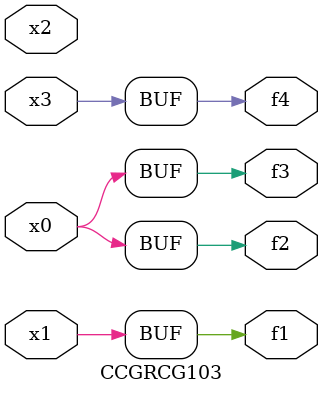
<source format=v>
module CCGRCG103(
	input x0, x1, x2, x3,
	output f1, f2, f3, f4
);
	assign f1 = x1;
	assign f2 = x0;
	assign f3 = x0;
	assign f4 = x3;
endmodule

</source>
